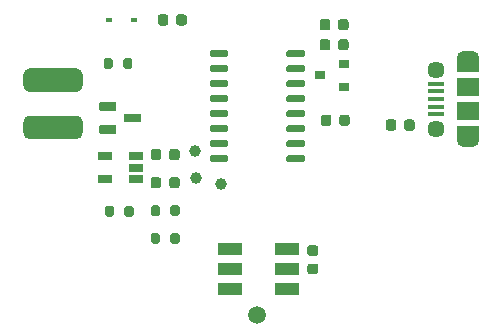
<source format=gbr>
%TF.GenerationSoftware,KiCad,Pcbnew,(5.1.8)-1*%
%TF.CreationDate,2020-11-26T18:41:41+08:00*%
%TF.ProjectId,The_Girls'Gift,5468655f-4769-4726-9c73-27476966742e,V0.8 Beta*%
%TF.SameCoordinates,Original*%
%TF.FileFunction,Soldermask,Top*%
%TF.FilePolarity,Negative*%
%FSLAX46Y46*%
G04 Gerber Fmt 4.6, Leading zero omitted, Abs format (unit mm)*
G04 Created by KiCad (PCBNEW (5.1.8)-1) date 2020-11-26 18:41:41*
%MOMM*%
%LPD*%
G01*
G04 APERTURE LIST*
%ADD10C,1.500000*%
%ADD11C,1.000000*%
%ADD12R,1.900000X1.200000*%
%ADD13O,1.900000X1.200000*%
%ADD14R,1.900000X1.500000*%
%ADD15C,1.450000*%
%ADD16R,1.350000X0.400000*%
%ADD17R,0.900000X0.800000*%
%ADD18R,0.600000X0.450000*%
%ADD19R,1.220000X0.650000*%
%ADD20R,2.000000X1.100000*%
G04 APERTURE END LIST*
D10*
%TO.C,H1*%
X165000000Y-98200000D03*
%TD*%
D11*
%TO.C,T*%
X159700000Y-84300000D03*
%TD*%
%TO.C,G*%
X161900000Y-87100000D03*
%TD*%
%TO.C,R*%
X159800000Y-86600000D03*
%TD*%
D12*
%TO.C,J1*%
X182800000Y-82800000D03*
X182800000Y-77000000D03*
D13*
X182800000Y-76400000D03*
X182800000Y-83400000D03*
D14*
X182800000Y-80900000D03*
D15*
X180100000Y-77400000D03*
D16*
X180100000Y-79900000D03*
X180100000Y-79250000D03*
X180100000Y-78600000D03*
X180100000Y-81200000D03*
X180100000Y-80550000D03*
D15*
X180100000Y-82400000D03*
D14*
X182800000Y-78900000D03*
%TD*%
D17*
%TO.C,U2*%
X170300000Y-77900000D03*
X172300000Y-76950000D03*
X172300000Y-78850000D03*
%TD*%
D18*
%TO.C,D1*%
X154550000Y-73200000D03*
X152450000Y-73200000D03*
%TD*%
D19*
%TO.C,U4*%
X154710000Y-86650000D03*
X154710000Y-85700000D03*
X154710000Y-84750000D03*
X152090000Y-84750000D03*
X152090000Y-86650000D03*
%TD*%
%TO.C,U1*%
G36*
G01*
X160950000Y-76205000D02*
X160950000Y-75905000D01*
G75*
G02*
X161100000Y-75755000I150000J0D01*
G01*
X162400000Y-75755000D01*
G75*
G02*
X162550000Y-75905000I0J-150000D01*
G01*
X162550000Y-76205000D01*
G75*
G02*
X162400000Y-76355000I-150000J0D01*
G01*
X161100000Y-76355000D01*
G75*
G02*
X160950000Y-76205000I0J150000D01*
G01*
G37*
G36*
G01*
X160950000Y-77475000D02*
X160950000Y-77175000D01*
G75*
G02*
X161100000Y-77025000I150000J0D01*
G01*
X162400000Y-77025000D01*
G75*
G02*
X162550000Y-77175000I0J-150000D01*
G01*
X162550000Y-77475000D01*
G75*
G02*
X162400000Y-77625000I-150000J0D01*
G01*
X161100000Y-77625000D01*
G75*
G02*
X160950000Y-77475000I0J150000D01*
G01*
G37*
G36*
G01*
X160950000Y-78745000D02*
X160950000Y-78445000D01*
G75*
G02*
X161100000Y-78295000I150000J0D01*
G01*
X162400000Y-78295000D01*
G75*
G02*
X162550000Y-78445000I0J-150000D01*
G01*
X162550000Y-78745000D01*
G75*
G02*
X162400000Y-78895000I-150000J0D01*
G01*
X161100000Y-78895000D01*
G75*
G02*
X160950000Y-78745000I0J150000D01*
G01*
G37*
G36*
G01*
X160950000Y-80015000D02*
X160950000Y-79715000D01*
G75*
G02*
X161100000Y-79565000I150000J0D01*
G01*
X162400000Y-79565000D01*
G75*
G02*
X162550000Y-79715000I0J-150000D01*
G01*
X162550000Y-80015000D01*
G75*
G02*
X162400000Y-80165000I-150000J0D01*
G01*
X161100000Y-80165000D01*
G75*
G02*
X160950000Y-80015000I0J150000D01*
G01*
G37*
G36*
G01*
X160950000Y-81285000D02*
X160950000Y-80985000D01*
G75*
G02*
X161100000Y-80835000I150000J0D01*
G01*
X162400000Y-80835000D01*
G75*
G02*
X162550000Y-80985000I0J-150000D01*
G01*
X162550000Y-81285000D01*
G75*
G02*
X162400000Y-81435000I-150000J0D01*
G01*
X161100000Y-81435000D01*
G75*
G02*
X160950000Y-81285000I0J150000D01*
G01*
G37*
G36*
G01*
X160950000Y-82555000D02*
X160950000Y-82255000D01*
G75*
G02*
X161100000Y-82105000I150000J0D01*
G01*
X162400000Y-82105000D01*
G75*
G02*
X162550000Y-82255000I0J-150000D01*
G01*
X162550000Y-82555000D01*
G75*
G02*
X162400000Y-82705000I-150000J0D01*
G01*
X161100000Y-82705000D01*
G75*
G02*
X160950000Y-82555000I0J150000D01*
G01*
G37*
G36*
G01*
X160950000Y-83825000D02*
X160950000Y-83525000D01*
G75*
G02*
X161100000Y-83375000I150000J0D01*
G01*
X162400000Y-83375000D01*
G75*
G02*
X162550000Y-83525000I0J-150000D01*
G01*
X162550000Y-83825000D01*
G75*
G02*
X162400000Y-83975000I-150000J0D01*
G01*
X161100000Y-83975000D01*
G75*
G02*
X160950000Y-83825000I0J150000D01*
G01*
G37*
G36*
G01*
X160950000Y-85095000D02*
X160950000Y-84795000D01*
G75*
G02*
X161100000Y-84645000I150000J0D01*
G01*
X162400000Y-84645000D01*
G75*
G02*
X162550000Y-84795000I0J-150000D01*
G01*
X162550000Y-85095000D01*
G75*
G02*
X162400000Y-85245000I-150000J0D01*
G01*
X161100000Y-85245000D01*
G75*
G02*
X160950000Y-85095000I0J150000D01*
G01*
G37*
G36*
G01*
X167450000Y-85095000D02*
X167450000Y-84795000D01*
G75*
G02*
X167600000Y-84645000I150000J0D01*
G01*
X168900000Y-84645000D01*
G75*
G02*
X169050000Y-84795000I0J-150000D01*
G01*
X169050000Y-85095000D01*
G75*
G02*
X168900000Y-85245000I-150000J0D01*
G01*
X167600000Y-85245000D01*
G75*
G02*
X167450000Y-85095000I0J150000D01*
G01*
G37*
G36*
G01*
X167450000Y-83825000D02*
X167450000Y-83525000D01*
G75*
G02*
X167600000Y-83375000I150000J0D01*
G01*
X168900000Y-83375000D01*
G75*
G02*
X169050000Y-83525000I0J-150000D01*
G01*
X169050000Y-83825000D01*
G75*
G02*
X168900000Y-83975000I-150000J0D01*
G01*
X167600000Y-83975000D01*
G75*
G02*
X167450000Y-83825000I0J150000D01*
G01*
G37*
G36*
G01*
X167450000Y-82555000D02*
X167450000Y-82255000D01*
G75*
G02*
X167600000Y-82105000I150000J0D01*
G01*
X168900000Y-82105000D01*
G75*
G02*
X169050000Y-82255000I0J-150000D01*
G01*
X169050000Y-82555000D01*
G75*
G02*
X168900000Y-82705000I-150000J0D01*
G01*
X167600000Y-82705000D01*
G75*
G02*
X167450000Y-82555000I0J150000D01*
G01*
G37*
G36*
G01*
X167450000Y-81285000D02*
X167450000Y-80985000D01*
G75*
G02*
X167600000Y-80835000I150000J0D01*
G01*
X168900000Y-80835000D01*
G75*
G02*
X169050000Y-80985000I0J-150000D01*
G01*
X169050000Y-81285000D01*
G75*
G02*
X168900000Y-81435000I-150000J0D01*
G01*
X167600000Y-81435000D01*
G75*
G02*
X167450000Y-81285000I0J150000D01*
G01*
G37*
G36*
G01*
X167450000Y-80015000D02*
X167450000Y-79715000D01*
G75*
G02*
X167600000Y-79565000I150000J0D01*
G01*
X168900000Y-79565000D01*
G75*
G02*
X169050000Y-79715000I0J-150000D01*
G01*
X169050000Y-80015000D01*
G75*
G02*
X168900000Y-80165000I-150000J0D01*
G01*
X167600000Y-80165000D01*
G75*
G02*
X167450000Y-80015000I0J150000D01*
G01*
G37*
G36*
G01*
X167450000Y-78745000D02*
X167450000Y-78445000D01*
G75*
G02*
X167600000Y-78295000I150000J0D01*
G01*
X168900000Y-78295000D01*
G75*
G02*
X169050000Y-78445000I0J-150000D01*
G01*
X169050000Y-78745000D01*
G75*
G02*
X168900000Y-78895000I-150000J0D01*
G01*
X167600000Y-78895000D01*
G75*
G02*
X167450000Y-78745000I0J150000D01*
G01*
G37*
G36*
G01*
X167450000Y-77475000D02*
X167450000Y-77175000D01*
G75*
G02*
X167600000Y-77025000I150000J0D01*
G01*
X168900000Y-77025000D01*
G75*
G02*
X169050000Y-77175000I0J-150000D01*
G01*
X169050000Y-77475000D01*
G75*
G02*
X168900000Y-77625000I-150000J0D01*
G01*
X167600000Y-77625000D01*
G75*
G02*
X167450000Y-77475000I0J150000D01*
G01*
G37*
G36*
G01*
X167450000Y-76205000D02*
X167450000Y-75905000D01*
G75*
G02*
X167600000Y-75755000I150000J0D01*
G01*
X168900000Y-75755000D01*
G75*
G02*
X169050000Y-75905000I0J-150000D01*
G01*
X169050000Y-76205000D01*
G75*
G02*
X168900000Y-76355000I-150000J0D01*
G01*
X167600000Y-76355000D01*
G75*
G02*
X167450000Y-76205000I0J150000D01*
G01*
G37*
%TD*%
%TO.C,R4*%
G36*
G01*
X155975000Y-91975000D02*
X155975000Y-91425000D01*
G75*
G02*
X156175000Y-91225000I200000J0D01*
G01*
X156575000Y-91225000D01*
G75*
G02*
X156775000Y-91425000I0J-200000D01*
G01*
X156775000Y-91975000D01*
G75*
G02*
X156575000Y-92175000I-200000J0D01*
G01*
X156175000Y-92175000D01*
G75*
G02*
X155975000Y-91975000I0J200000D01*
G01*
G37*
G36*
G01*
X157625000Y-91975000D02*
X157625000Y-91425000D01*
G75*
G02*
X157825000Y-91225000I200000J0D01*
G01*
X158225000Y-91225000D01*
G75*
G02*
X158425000Y-91425000I0J-200000D01*
G01*
X158425000Y-91975000D01*
G75*
G02*
X158225000Y-92175000I-200000J0D01*
G01*
X157825000Y-92175000D01*
G75*
G02*
X157625000Y-91975000I0J200000D01*
G01*
G37*
%TD*%
%TO.C,R3*%
G36*
G01*
X158425000Y-89085000D02*
X158425000Y-89635000D01*
G75*
G02*
X158225000Y-89835000I-200000J0D01*
G01*
X157825000Y-89835000D01*
G75*
G02*
X157625000Y-89635000I0J200000D01*
G01*
X157625000Y-89085000D01*
G75*
G02*
X157825000Y-88885000I200000J0D01*
G01*
X158225000Y-88885000D01*
G75*
G02*
X158425000Y-89085000I0J-200000D01*
G01*
G37*
G36*
G01*
X156775000Y-89085000D02*
X156775000Y-89635000D01*
G75*
G02*
X156575000Y-89835000I-200000J0D01*
G01*
X156175000Y-89835000D01*
G75*
G02*
X155975000Y-89635000I0J200000D01*
G01*
X155975000Y-89085000D01*
G75*
G02*
X156175000Y-88885000I200000J0D01*
G01*
X156575000Y-88885000D01*
G75*
G02*
X156775000Y-89085000I0J-200000D01*
G01*
G37*
%TD*%
%TO.C,R2*%
G36*
G01*
X154525000Y-89125000D02*
X154525000Y-89675000D01*
G75*
G02*
X154325000Y-89875000I-200000J0D01*
G01*
X153925000Y-89875000D01*
G75*
G02*
X153725000Y-89675000I0J200000D01*
G01*
X153725000Y-89125000D01*
G75*
G02*
X153925000Y-88925000I200000J0D01*
G01*
X154325000Y-88925000D01*
G75*
G02*
X154525000Y-89125000I0J-200000D01*
G01*
G37*
G36*
G01*
X152875000Y-89125000D02*
X152875000Y-89675000D01*
G75*
G02*
X152675000Y-89875000I-200000J0D01*
G01*
X152275000Y-89875000D01*
G75*
G02*
X152075000Y-89675000I0J200000D01*
G01*
X152075000Y-89125000D01*
G75*
G02*
X152275000Y-88925000I200000J0D01*
G01*
X152675000Y-88925000D01*
G75*
G02*
X152875000Y-89125000I0J-200000D01*
G01*
G37*
%TD*%
%TO.C,R1*%
G36*
G01*
X151975000Y-77175000D02*
X151975000Y-76625000D01*
G75*
G02*
X152175000Y-76425000I200000J0D01*
G01*
X152575000Y-76425000D01*
G75*
G02*
X152775000Y-76625000I0J-200000D01*
G01*
X152775000Y-77175000D01*
G75*
G02*
X152575000Y-77375000I-200000J0D01*
G01*
X152175000Y-77375000D01*
G75*
G02*
X151975000Y-77175000I0J200000D01*
G01*
G37*
G36*
G01*
X153625000Y-77175000D02*
X153625000Y-76625000D01*
G75*
G02*
X153825000Y-76425000I200000J0D01*
G01*
X154225000Y-76425000D01*
G75*
G02*
X154425000Y-76625000I0J-200000D01*
G01*
X154425000Y-77175000D01*
G75*
G02*
X154225000Y-77375000I-200000J0D01*
G01*
X153825000Y-77375000D01*
G75*
G02*
X153625000Y-77175000I0J200000D01*
G01*
G37*
%TD*%
%TO.C,Q1*%
G36*
G01*
X153730000Y-81800000D02*
X153730000Y-81200000D01*
G75*
G02*
X153800000Y-81130000I70000J0D01*
G01*
X155100000Y-81130000D01*
G75*
G02*
X155170000Y-81200000I0J-70000D01*
G01*
X155170000Y-81800000D01*
G75*
G02*
X155100000Y-81870000I-70000J0D01*
G01*
X153800000Y-81870000D01*
G75*
G02*
X153730000Y-81800000I0J70000D01*
G01*
G37*
G36*
G01*
X151630000Y-82750000D02*
X151630000Y-82150000D01*
G75*
G02*
X151700000Y-82080000I70000J0D01*
G01*
X153000000Y-82080000D01*
G75*
G02*
X153070000Y-82150000I0J-70000D01*
G01*
X153070000Y-82750000D01*
G75*
G02*
X153000000Y-82820000I-70000J0D01*
G01*
X151700000Y-82820000D01*
G75*
G02*
X151630000Y-82750000I0J70000D01*
G01*
G37*
G36*
G01*
X151630000Y-80850000D02*
X151630000Y-80250000D01*
G75*
G02*
X151700000Y-80180000I70000J0D01*
G01*
X153000000Y-80180000D01*
G75*
G02*
X153070000Y-80250000I0J-70000D01*
G01*
X153070000Y-80850000D01*
G75*
G02*
X153000000Y-80920000I-70000J0D01*
G01*
X151700000Y-80920000D01*
G75*
G02*
X151630000Y-80850000I0J70000D01*
G01*
G37*
%TD*%
D20*
%TO.C,D3*%
X162700000Y-92600000D03*
X162700000Y-94300000D03*
X162700000Y-96000000D03*
X167500000Y-96000000D03*
X167500000Y-94300000D03*
X167500000Y-92600000D03*
%TD*%
%TO.C,D2*%
G36*
G01*
X155975000Y-87236250D02*
X155975000Y-86723750D01*
G75*
G02*
X156193750Y-86505000I218750J0D01*
G01*
X156631250Y-86505000D01*
G75*
G02*
X156850000Y-86723750I0J-218750D01*
G01*
X156850000Y-87236250D01*
G75*
G02*
X156631250Y-87455000I-218750J0D01*
G01*
X156193750Y-87455000D01*
G75*
G02*
X155975000Y-87236250I0J218750D01*
G01*
G37*
G36*
G01*
X157550000Y-87236250D02*
X157550000Y-86723750D01*
G75*
G02*
X157768750Y-86505000I218750J0D01*
G01*
X158206250Y-86505000D01*
G75*
G02*
X158425000Y-86723750I0J-218750D01*
G01*
X158425000Y-87236250D01*
G75*
G02*
X158206250Y-87455000I-218750J0D01*
G01*
X157768750Y-87455000D01*
G75*
G02*
X157550000Y-87236250I0J218750D01*
G01*
G37*
%TD*%
%TO.C,C7*%
G36*
G01*
X159025000Y-72950000D02*
X159025000Y-73450000D01*
G75*
G02*
X158800000Y-73675000I-225000J0D01*
G01*
X158350000Y-73675000D01*
G75*
G02*
X158125000Y-73450000I0J225000D01*
G01*
X158125000Y-72950000D01*
G75*
G02*
X158350000Y-72725000I225000J0D01*
G01*
X158800000Y-72725000D01*
G75*
G02*
X159025000Y-72950000I0J-225000D01*
G01*
G37*
G36*
G01*
X157475000Y-72950000D02*
X157475000Y-73450000D01*
G75*
G02*
X157250000Y-73675000I-225000J0D01*
G01*
X156800000Y-73675000D01*
G75*
G02*
X156575000Y-73450000I0J225000D01*
G01*
X156575000Y-72950000D01*
G75*
G02*
X156800000Y-72725000I225000J0D01*
G01*
X157250000Y-72725000D01*
G75*
G02*
X157475000Y-72950000I0J-225000D01*
G01*
G37*
%TD*%
%TO.C,C6*%
G36*
G01*
X169450000Y-92275000D02*
X169950000Y-92275000D01*
G75*
G02*
X170175000Y-92500000I0J-225000D01*
G01*
X170175000Y-92950000D01*
G75*
G02*
X169950000Y-93175000I-225000J0D01*
G01*
X169450000Y-93175000D01*
G75*
G02*
X169225000Y-92950000I0J225000D01*
G01*
X169225000Y-92500000D01*
G75*
G02*
X169450000Y-92275000I225000J0D01*
G01*
G37*
G36*
G01*
X169450000Y-93825000D02*
X169950000Y-93825000D01*
G75*
G02*
X170175000Y-94050000I0J-225000D01*
G01*
X170175000Y-94500000D01*
G75*
G02*
X169950000Y-94725000I-225000J0D01*
G01*
X169450000Y-94725000D01*
G75*
G02*
X169225000Y-94500000I0J225000D01*
G01*
X169225000Y-94050000D01*
G75*
G02*
X169450000Y-93825000I225000J0D01*
G01*
G37*
%TD*%
%TO.C,C5*%
G36*
G01*
X155975000Y-84850000D02*
X155975000Y-84350000D01*
G75*
G02*
X156200000Y-84125000I225000J0D01*
G01*
X156650000Y-84125000D01*
G75*
G02*
X156875000Y-84350000I0J-225000D01*
G01*
X156875000Y-84850000D01*
G75*
G02*
X156650000Y-85075000I-225000J0D01*
G01*
X156200000Y-85075000D01*
G75*
G02*
X155975000Y-84850000I0J225000D01*
G01*
G37*
G36*
G01*
X157525000Y-84850000D02*
X157525000Y-84350000D01*
G75*
G02*
X157750000Y-84125000I225000J0D01*
G01*
X158200000Y-84125000D01*
G75*
G02*
X158425000Y-84350000I0J-225000D01*
G01*
X158425000Y-84850000D01*
G75*
G02*
X158200000Y-85075000I-225000J0D01*
G01*
X157750000Y-85075000D01*
G75*
G02*
X157525000Y-84850000I0J225000D01*
G01*
G37*
%TD*%
%TO.C,C4*%
G36*
G01*
X170275000Y-73850000D02*
X170275000Y-73350000D01*
G75*
G02*
X170500000Y-73125000I225000J0D01*
G01*
X170950000Y-73125000D01*
G75*
G02*
X171175000Y-73350000I0J-225000D01*
G01*
X171175000Y-73850000D01*
G75*
G02*
X170950000Y-74075000I-225000J0D01*
G01*
X170500000Y-74075000D01*
G75*
G02*
X170275000Y-73850000I0J225000D01*
G01*
G37*
G36*
G01*
X171825000Y-73850000D02*
X171825000Y-73350000D01*
G75*
G02*
X172050000Y-73125000I225000J0D01*
G01*
X172500000Y-73125000D01*
G75*
G02*
X172725000Y-73350000I0J-225000D01*
G01*
X172725000Y-73850000D01*
G75*
G02*
X172500000Y-74075000I-225000J0D01*
G01*
X172050000Y-74075000D01*
G75*
G02*
X171825000Y-73850000I0J225000D01*
G01*
G37*
%TD*%
%TO.C,C3*%
G36*
G01*
X175875000Y-82350000D02*
X175875000Y-81850000D01*
G75*
G02*
X176100000Y-81625000I225000J0D01*
G01*
X176550000Y-81625000D01*
G75*
G02*
X176775000Y-81850000I0J-225000D01*
G01*
X176775000Y-82350000D01*
G75*
G02*
X176550000Y-82575000I-225000J0D01*
G01*
X176100000Y-82575000D01*
G75*
G02*
X175875000Y-82350000I0J225000D01*
G01*
G37*
G36*
G01*
X177425000Y-82350000D02*
X177425000Y-81850000D01*
G75*
G02*
X177650000Y-81625000I225000J0D01*
G01*
X178100000Y-81625000D01*
G75*
G02*
X178325000Y-81850000I0J-225000D01*
G01*
X178325000Y-82350000D01*
G75*
G02*
X178100000Y-82575000I-225000J0D01*
G01*
X177650000Y-82575000D01*
G75*
G02*
X177425000Y-82350000I0J225000D01*
G01*
G37*
%TD*%
%TO.C,C2*%
G36*
G01*
X172725000Y-75050000D02*
X172725000Y-75550000D01*
G75*
G02*
X172500000Y-75775000I-225000J0D01*
G01*
X172050000Y-75775000D01*
G75*
G02*
X171825000Y-75550000I0J225000D01*
G01*
X171825000Y-75050000D01*
G75*
G02*
X172050000Y-74825000I225000J0D01*
G01*
X172500000Y-74825000D01*
G75*
G02*
X172725000Y-75050000I0J-225000D01*
G01*
G37*
G36*
G01*
X171175000Y-75050000D02*
X171175000Y-75550000D01*
G75*
G02*
X170950000Y-75775000I-225000J0D01*
G01*
X170500000Y-75775000D01*
G75*
G02*
X170275000Y-75550000I0J225000D01*
G01*
X170275000Y-75050000D01*
G75*
G02*
X170500000Y-74825000I225000J0D01*
G01*
X170950000Y-74825000D01*
G75*
G02*
X171175000Y-75050000I0J-225000D01*
G01*
G37*
%TD*%
%TO.C,C1*%
G36*
G01*
X170375000Y-81950000D02*
X170375000Y-81450000D01*
G75*
G02*
X170600000Y-81225000I225000J0D01*
G01*
X171050000Y-81225000D01*
G75*
G02*
X171275000Y-81450000I0J-225000D01*
G01*
X171275000Y-81950000D01*
G75*
G02*
X171050000Y-82175000I-225000J0D01*
G01*
X170600000Y-82175000D01*
G75*
G02*
X170375000Y-81950000I0J225000D01*
G01*
G37*
G36*
G01*
X171925000Y-81950000D02*
X171925000Y-81450000D01*
G75*
G02*
X172150000Y-81225000I225000J0D01*
G01*
X172600000Y-81225000D01*
G75*
G02*
X172825000Y-81450000I0J-225000D01*
G01*
X172825000Y-81950000D01*
G75*
G02*
X172600000Y-82175000I-225000J0D01*
G01*
X172150000Y-82175000D01*
G75*
G02*
X171925000Y-81950000I0J225000D01*
G01*
G37*
%TD*%
%TO.C,BT1*%
G36*
G01*
X149700000Y-83300000D02*
X145700000Y-83300000D01*
G75*
G02*
X145200000Y-82800000I0J500000D01*
G01*
X145200000Y-81800000D01*
G75*
G02*
X145700000Y-81300000I500000J0D01*
G01*
X149700000Y-81300000D01*
G75*
G02*
X150200000Y-81800000I0J-500000D01*
G01*
X150200000Y-82800000D01*
G75*
G02*
X149700000Y-83300000I-500000J0D01*
G01*
G37*
G36*
G01*
X149700000Y-79300000D02*
X145700000Y-79300000D01*
G75*
G02*
X145200000Y-78800000I0J500000D01*
G01*
X145200000Y-77800000D01*
G75*
G02*
X145700000Y-77300000I500000J0D01*
G01*
X149700000Y-77300000D01*
G75*
G02*
X150200000Y-77800000I0J-500000D01*
G01*
X150200000Y-78800000D01*
G75*
G02*
X149700000Y-79300000I-500000J0D01*
G01*
G37*
%TD*%
M02*

</source>
